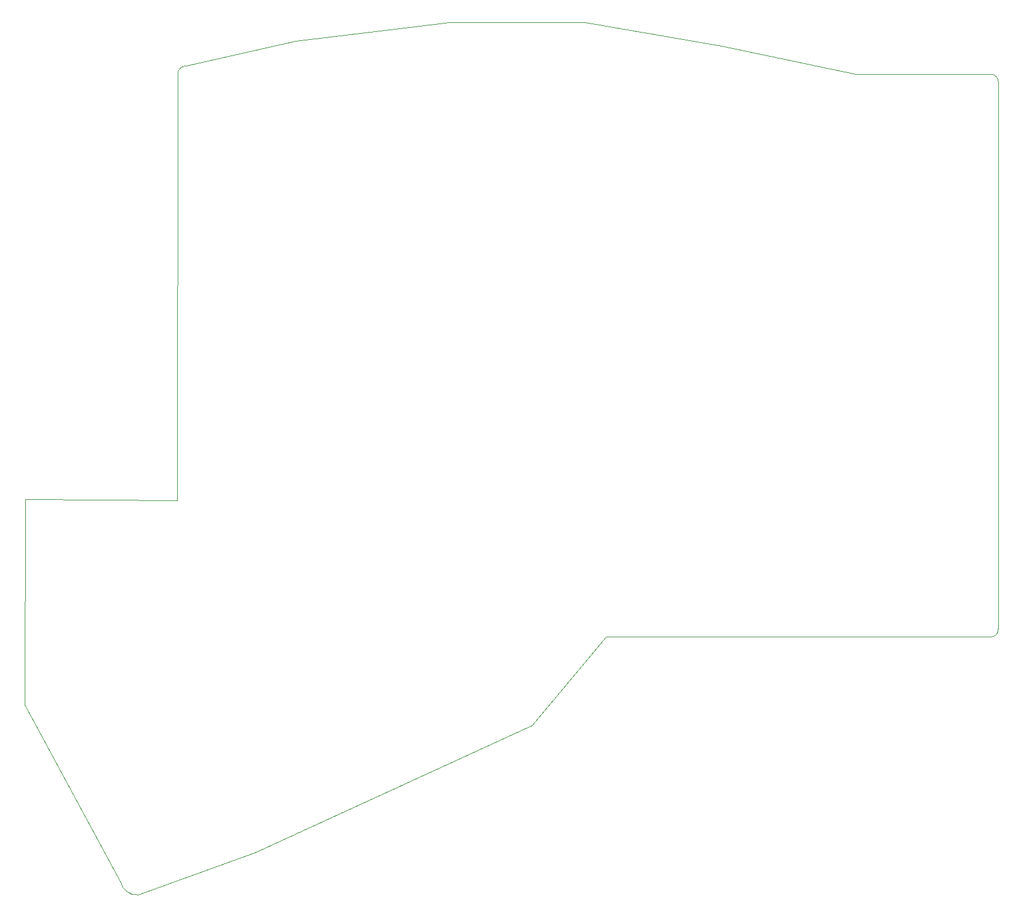
<source format=gbr>
%TF.GenerationSoftware,KiCad,Pcbnew,7.0.10*%
%TF.CreationDate,2024-03-07T18:43:10+01:00*%
%TF.ProjectId,xurp_right,78757270-5f72-4696-9768-742e6b696361,rev?*%
%TF.SameCoordinates,Original*%
%TF.FileFunction,Profile,NP*%
%FSLAX46Y46*%
G04 Gerber Fmt 4.6, Leading zero omitted, Abs format (unit mm)*
G04 Created by KiCad (PCBNEW 7.0.10) date 2024-03-07 18:43:10*
%MOMM*%
%LPD*%
G01*
G04 APERTURE LIST*
%TA.AperFunction,Profile*%
%ADD10C,0.100000*%
%TD*%
G04 APERTURE END LIST*
D10*
X218382200Y-112936097D02*
G75*
G03*
X219282197Y-111836100I-100000J999997D01*
G01*
X82582200Y-93636100D02*
X82482200Y-122436100D01*
X120482200Y-29236100D02*
X105182200Y-32736100D01*
X169982200Y-112936100D02*
X218382200Y-112936100D01*
X161182200Y-26636100D02*
X142182200Y-26636100D01*
X103882200Y-93736100D02*
X82582200Y-93636100D01*
X164982200Y-112936100D02*
X169982200Y-112936100D01*
X218282200Y-33936100D02*
X199282200Y-33936100D01*
X219282199Y-111836100D02*
X219282200Y-34936100D01*
X164982200Y-112936100D02*
X164182200Y-112936100D01*
X103982200Y-33936100D02*
X103882200Y-93736100D01*
X98384644Y-149162984D02*
X114782200Y-143236100D01*
X199282200Y-33936100D02*
X180382200Y-29936100D01*
X180382200Y-29936100D02*
X161182200Y-26636100D01*
X114782200Y-143236100D02*
X153782200Y-125336100D01*
X95982201Y-147336100D02*
G75*
G03*
X98384644Y-149162984I2199999J400000D01*
G01*
X219282200Y-34936100D02*
G75*
G03*
X218282200Y-33936100I-1000000J0D01*
G01*
X82482200Y-122436100D02*
X95982200Y-147336100D01*
X142182200Y-26636100D02*
X120482200Y-29236100D01*
X105182200Y-32736100D02*
G75*
G03*
X103982200Y-33936100I0J-1200000D01*
G01*
X164182200Y-112936100D02*
X153782200Y-125336100D01*
M02*

</source>
